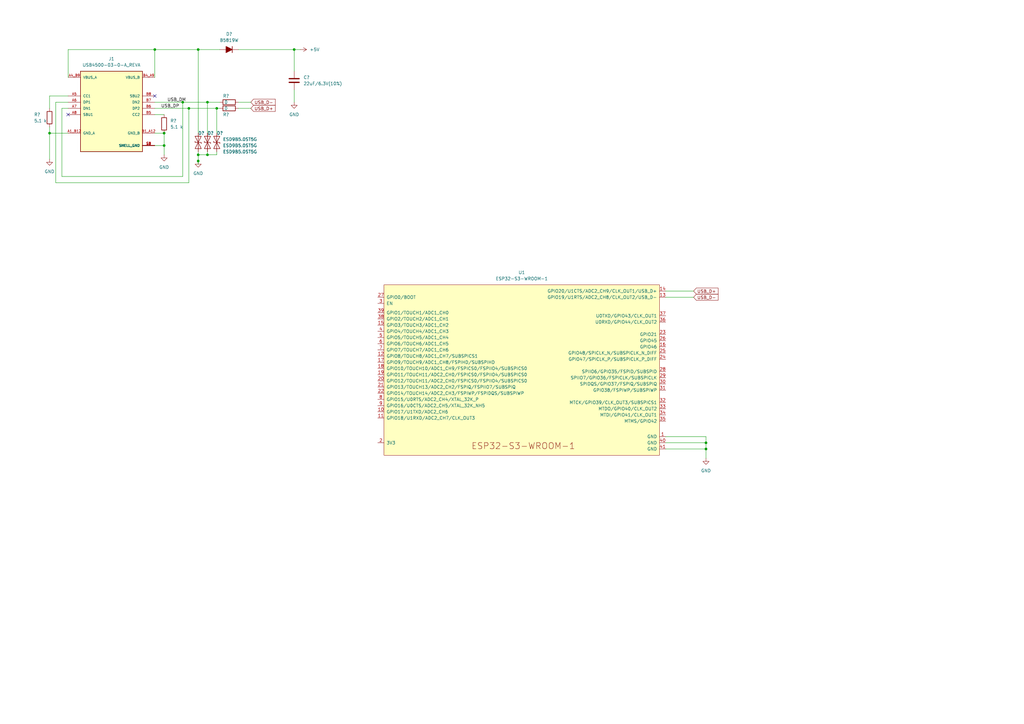
<source format=kicad_sch>
(kicad_sch (version 20211123) (generator eeschema)
  (paper "A3")
  (lib_symbols
    (symbol "Device:C" (pin_numbers hide) (pin_names (offset 0.254))
      (property "Reference" "C" (at 0.635 2.54 0))
      (property "Value" "C" (at 0.635 -2.54 0))
      (symbol "C_0_1"
        (polyline (pts (xy -2.032 -0.762) (xy 2.032 -0.762)) (stroke (width 0.508)))
        (polyline (pts (xy -2.032 0.762) (xy 2.032 0.762)) (stroke (width 0.508)))
      )
      (symbol "C_1_1"
        (pin passive line (at 0 3.81 270) (length 2.794) (name "~") (number "1"))
        (pin passive line (at 0 -3.81 90) (length 2.794) (name "~") (number "2"))
      )
    )
    (symbol "Device:D_Filled" (pin_numbers hide) (pin_names (offset 1.016) hide)
      (property "Reference" "D" (at 0 2.54 0))
      (property "Value" "D_Filled" (at 0 -2.54 0))
      (symbol "D_Filled_0_1"
        (polyline (pts (xy -1.27 1.27) (xy -1.27 -1.27)) (stroke (width 0.254)))
        (polyline (pts (xy 1.27 0) (xy -1.27 0)))
        (polyline (pts (xy 1.27 1.27) (xy 1.27 -1.27) (xy -1.27 0) (xy 1.27 1.27)) (stroke (width 0.254)) (fill (type outline)))
      )
      (symbol "D_Filled_1_1"
        (pin passive line (at -3.81 0 0) (length 2.54) (name "K") (number "1"))
        (pin passive line (at 3.81 0 180) (length 2.54) (name "A") (number "2"))
      )
    )
    (symbol "Device:R" (pin_numbers hide) (pin_names (offset 0))
      (property "Reference" "R" (at 2.032 0 90))
      (property "Value" "R" (at 0 0 90))
      (symbol "R_0_1"
        (rectangle (start -1.016 -2.54) (end 1.016 2.54) (stroke (width 0.254)))
      )
      (symbol "R_1_1"
        (pin passive line (at 0 3.81 270) (length 1.27) (name "~") (number "1"))
        (pin passive line (at 0 -3.81 90) (length 1.27) (name "~") (number "2"))
      )
    )
    (symbol "Diode:ESD9B5.0ST5G" (pin_numbers hide) (pin_names (offset 1.016) hide)
      (property "Reference" "D" (at 0 2.54 0))
      (property "Value" "ESD9B5.0ST5G" (at 0 -2.54 0))
      (symbol "ESD9B5.0ST5G_0_1"
        (polyline (pts (xy 1.27 0) (xy -1.27 0)))
        (polyline (pts (xy -2.54 -1.27) (xy 0 0) (xy -2.54 1.27) (xy -2.54 -1.27)) (stroke (width 0.2032)))
        (polyline (pts (xy 0.508 1.27) (xy 0 1.27) (xy 0 -1.27) (xy -0.508 -1.27)) (stroke (width 0.2032)))
        (polyline (pts (xy 2.54 1.27) (xy 2.54 -1.27) (xy 0 0) (xy 2.54 1.27)) (stroke (width 0.2032)))
      )
      (symbol "ESD9B5.0ST5G_1_1"
        (pin passive line (at -3.81 0 0) (length 2.54) (name "A1") (number "1"))
        (pin passive line (at 3.81 0 180) (length 2.54) (name "A2") (number "2"))
      )
    )
    (symbol "Espressif:ESP32-S3-WROOM-1" (pin_names (offset 1.016))
      (property "Reference" "U" (at 0 35.56 0))
      (property "Value" "ESP32-S3-WROOM-1" (at 0 -36.83 0))
      (symbol "ESP32-S3-WROOM-1_0_0"
        (rectangle (start -57.15 34.29) (end 55.88 -35.56) (fill (type background)))
        (text "ESP32-S3-WROOM-1" (at 0 -31.75 0) (effects (font (size 2.54 2.54))))
        (pin power_in line (at 58.42 -27.94 180) (length 2.54) (name "GND") (number "1"))
        (pin bidirectional line (at -59.69 -17.78 0) (length 2.54) (name "GPIO17/U1TXD/ADC2_CH6") (number "10"))
        (pin bidirectional line (at -59.69 -20.32 0) (length 2.54) (name "GPIO18/U1RXD/ADC2_CH7/CLK_OUT3") (number "11"))
        (pin bidirectional line (at -59.69 5.08 0) (length 2.54) (name "GPIO8/TOUCH8/ADC1_CH7/SUBSPICS1") (number "12"))
        (pin bidirectional line (at 58.42 29.21 180) (length 2.54) (name "GPIO19/U1RTS/ADC2_CH8/CLK_OUT2/USB_D-") (number "13"))
        (pin bidirectional line (at 58.42 31.75 180) (length 2.54) (name "GPIO20/U1CTS/ADC2_CH9/CLK_OUT1/USB_D+") (number "14"))
        (pin bidirectional line (at -59.69 17.78 0) (length 2.54) (name "GPIO3/TOUCH3/ADC1_CH2") (number "15"))
        (pin bidirectional line (at 58.42 8.89 180) (length 2.54) (name "GPIO46") (number "16"))
        (pin bidirectional line (at -59.69 2.54 0) (length 2.54) (name "GPIO9/TOUCH9/ADC1_CH8/FSPIHD/SUBSPIHD") (number "17"))
        (pin bidirectional line (at -59.69 0 0) (length 2.54) (name "GPIO10/TOUCH10/ADC1_CH9/FSPICS0/FSPIIO4/SUBSPICS0") (number "18"))
        (pin bidirectional line (at -59.69 -2.54 0) (length 2.54) (name "GPIO11/TOUCH11/ADC2_CH0/FSPICS0/FSPIIO4/SUBSPICS0") (number "19"))
        (pin power_in line (at -59.69 -30.48 0) (length 2.54) (name "3V3") (number "2"))
        (pin bidirectional line (at -59.69 -5.08 0) (length 2.54) (name "GPIO12/TOUCH11/ADC2_CH0/FSPICS0/FSPIIO4/SUBSPICS0") (number "20"))
        (pin bidirectional line (at -59.69 -7.62 0) (length 2.54) (name "GPIO13/TOUCH13/ADC2_CH2/FSPIQ/FSPIIO7/SUBSPIQ") (number "21"))
        (pin bidirectional line (at -59.69 -10.16 0) (length 2.54) (name "GPIO14/TOUCH14/ADC2_CH3/FSPIWP/FSPIDQS/SUBSPIWP") (number "22"))
        (pin bidirectional line (at 58.42 13.97 180) (length 2.54) (name "GPIO21") (number "23"))
        (pin bidirectional line (at 58.42 3.81 180) (length 2.54) (name "GPIO47/SPICLK_P/SUBSPICLK_P_DIFF") (number "24"))
        (pin bidirectional line (at 58.42 6.35 180) (length 2.54) (name "GPIO48/SPICLK_N/SUBSPICLK_N_DIFF") (number "25"))
        (pin bidirectional line (at 58.42 11.43 180) (length 2.54) (name "GPIO45") (number "26"))
        (pin bidirectional line (at -59.69 29.21 0) (length 2.54) (name "GPIO0/BOOT") (number "27"))
        (pin bidirectional line (at 58.42 -1.27 180) (length 2.54) (name "SPIIO6/GPIO35/FSPID/SUBSPID") (number "28"))
        (pin bidirectional line (at 58.42 -3.81 180) (length 2.54) (name "SPIIO7/GPIO36/FSPICLK/SUBSPICLK") (number "29"))
        (pin input line (at -59.69 26.67 0) (length 2.54) (name "EN") (number "3"))
        (pin bidirectional line (at 58.42 -6.35 180) (length 2.54) (name "SPIDQS/GPIO37/FSPIQ/SUBSPIQ") (number "30"))
        (pin bidirectional line (at 58.42 -8.89 180) (length 2.54) (name "GPIO38/FSPIWP/SUBSPIWP") (number "31"))
        (pin bidirectional line (at 58.42 -13.97 180) (length 2.54) (name "MTCK/GPIO39/CLK_OUT3/SUBSPICS1") (number "32"))
        (pin bidirectional line (at 58.42 -16.51 180) (length 2.54) (name "MTDO/GPIO40/CLK_OUT2") (number "33"))
        (pin bidirectional line (at 58.42 -19.05 180) (length 2.54) (name "MTDI/GPIO41/CLK_OUT1") (number "34"))
        (pin bidirectional line (at 58.42 -21.59 180) (length 2.54) (name "MTMS/GPIO42") (number "35"))
        (pin bidirectional line (at 58.42 19.05 180) (length 2.54) (name "U0RXD/GPIO44/CLK_OUT2") (number "36"))
        (pin bidirectional line (at 58.42 21.59 180) (length 2.54) (name "U0TXD/GPIO43/CLK_OUT1") (number "37"))
        (pin bidirectional line (at -59.69 20.32 0) (length 2.54) (name "GPIO2/TOUCH2/ADC1_CH1") (number "38"))
        (pin bidirectional line (at -59.69 22.86 0) (length 2.54) (name "GPIO1/TOUCH1/ADC1_CH0") (number "39"))
        (pin bidirectional line (at -59.69 15.24 0) (length 2.54) (name "GPIO4/TOUCH4/ADC1_CH3") (number "4"))
        (pin power_in line (at 58.42 -30.48 180) (length 2.54) (name "GND") (number "40"))
        (pin power_in line (at 58.42 -33.02 180) (length 2.54) (name "GND") (number "41"))
        (pin bidirectional line (at -59.69 12.7 0) (length 2.54) (name "GPIO5/TOUCH5/ADC1_CH4") (number "5"))
        (pin bidirectional line (at -59.69 10.16 0) (length 2.54) (name "GPIO6/TOUCH6/ADC1_CH5") (number "6"))
        (pin bidirectional line (at -59.69 7.62 0) (length 2.54) (name "GPIO7/TOUCH7/ADC1_CH6") (number "7"))
        (pin bidirectional line (at -59.69 -12.7 0) (length 2.54) (name "GPIO15/U0RTS/ADC2_CH4/XTAL_32K_P") (number "8"))
        (pin bidirectional line (at -59.69 -15.24 0) (length 2.54) (name "GPIO16/U0CTS/ADC2_CH5/XTAL_32K_NH5") (number "9"))
      )
    )
    (symbol "USB4500-03-0-A_REVA:USB4500-03-0-A_REVA" (pin_names (offset 1.016))
      (property "Reference" "J" (at -12.7 16.002 0))
      (property "Value" "USB4500-03-0-A_REVA" (at -12.7 -18.542 0))
      (symbol "USB4500-03-0-A_REVA_0_0"
        (rectangle (start -12.7 -17.78) (end 12.7 15.24) (stroke (width 0.254)) (fill (type background)))
        (pin power_in line (at -17.78 -10.16 0) (length 5.08) (name "GND_A") (number "A1_B12"))
        (pin power_in line (at -17.78 12.7 0) (length 5.08) (name "VBUS_A") (number "A4_B9"))
        (pin bidirectional line (at -17.78 5.08 0) (length 5.08) (name "CC1") (number "A5"))
        (pin bidirectional line (at -17.78 2.54 0) (length 5.08) (name "DP1") (number "A6"))
        (pin bidirectional line (at -17.78 0 0) (length 5.08) (name "DN1") (number "A7"))
        (pin bidirectional line (at -17.78 -2.54 0) (length 5.08) (name "SBU1") (number "A8"))
        (pin power_in line (at 17.78 -10.16 180) (length 5.08) (name "GND_B") (number "B1_A12"))
        (pin power_in line (at 17.78 12.7 180) (length 5.08) (name "VBUS_B") (number "B4_A9"))
        (pin bidirectional line (at 17.78 -2.54 180) (length 5.08) (name "CC2") (number "B5"))
        (pin bidirectional line (at 17.78 0 180) (length 5.08) (name "DP2") (number "B6"))
        (pin bidirectional line (at 17.78 2.54 180) (length 5.08) (name "DN2") (number "B7"))
        (pin bidirectional line (at 17.78 5.08 180) (length 5.08) (name "SBU2") (number "B8"))
        (pin power_in line (at 17.78 -15.24 180) (length 5.08) (name "SHELL_GND") (number "S1"))
        (pin power_in line (at 17.78 -15.24 180) (length 5.08) (name "SHELL_GND") (number "S2"))
        (pin power_in line (at 17.78 -15.24 180) (length 5.08) (name "SHELL_GND") (number "S3"))
        (pin power_in line (at 17.78 -15.24 180) (length 5.08) (name "SHELL_GND") (number "S4"))
      )
    )
    (symbol "power:+5V" (power) (pin_names (offset 0))
      (property "Value" "+5V" (at 0 3.556 0))
      (symbol "+5V_0_1"
        (polyline (pts (xy -0.762 1.27) (xy 0 2.54)))
        (polyline (pts (xy 0 0) (xy 0 2.54)))
        (polyline (pts (xy 0 2.54) (xy 0.762 1.27)))
      )
      (symbol "+5V_1_1"
        (pin power_in line (at 0 0 90) (length 0) hide (name "+5V") (number "1"))
      )
    )
    (symbol "power:GND" (power) (pin_names (offset 0))
      (property "Value" "GND" (at 0 -3.81 0))
      (symbol "GND_0_1"
        (polyline (pts (xy 0 0) (xy 0 -1.27) (xy 1.27 -1.27) (xy 0 -2.54) (xy -1.27 -1.27) (xy 0 -1.27)))
      )
      (symbol "GND_1_1"
        (pin power_in line (at 0 0 270) (length 0) hide (name "GND") (number "1"))
      )
    )
  )
  (junction (at 81.28 63.5))
  (junction (at 77.47 44.45))
  (junction (at 67.31 59.69))
  (junction (at 120.65 20.32))
  (junction (at 81.28 20.32))
  (junction (at 81.28 66.04))
  (junction (at 67.31 54.61))
  (junction (at 20.32 54.61))
  (junction (at 289.56 181.61))
  (junction (at 74.93 41.91))
  (junction (at 85.09 41.91))
  (junction (at 289.56 184.15))
  (junction (at 88.9 44.45))
  (junction (at 63.5 20.32))
  (junction (at 85.09 63.5))
  (no_connect (at 63.5 39.37))
  (no_connect (at 27.94 46.99))
  (wire (pts (xy 63.5 20.32) (xy 63.5 31.75)))
  (wire (pts (xy 20.32 54.61) (xy 27.94 54.61)))
  (wire (pts (xy 97.79 44.45) (xy 102.87 44.45)))
  (wire (pts (xy 81.28 20.32) (xy 81.28 54.61)))
  (wire (pts (xy 97.79 41.91) (xy 102.87 41.91)))
  (wire (pts (xy 67.31 54.61) (xy 67.31 59.69)))
  (wire (pts (xy 284.48 119.38) (xy 273.05 119.38)))
  (wire (pts (xy 273.05 184.15) (xy 289.56 184.15)))
  (wire (pts (xy 25.4 44.45) (xy 25.4 72.39)))
  (wire (pts (xy 63.5 44.45) (xy 77.47 44.45)))
  (wire (pts (xy 85.09 41.91) (xy 90.17 41.91)))
  (wire (pts (xy 90.17 20.32) (xy 81.28 20.32)))
  (wire (pts (xy 74.93 41.91) (xy 85.09 41.91)))
  (wire (pts (xy 88.9 44.45) (xy 90.17 44.45)))
  (wire (pts (xy 81.28 63.5) (xy 81.28 66.04)))
  (wire (pts (xy 77.47 44.45) (xy 88.9 44.45)))
  (wire (pts (xy 22.86 41.91) (xy 22.86 74.93)))
  (wire (pts (xy 289.56 179.07) (xy 289.56 181.61)))
  (wire (pts (xy 63.5 59.69) (xy 67.31 59.69)))
  (wire (pts (xy 81.28 63.5) (xy 81.28 62.23)))
  (wire (pts (xy 85.09 63.5) (xy 85.09 62.23)))
  (wire (pts (xy 74.93 41.91) (xy 74.93 72.39)))
  (wire (pts (xy 120.65 36.83) (xy 120.65 41.91)))
  (wire (pts (xy 273.05 179.07) (xy 289.56 179.07)))
  (wire (pts (xy 81.28 67.31) (xy 81.28 66.04)))
  (wire (pts (xy 67.31 59.69) (xy 67.31 63.5)))
  (wire (pts (xy 63.5 41.91) (xy 74.93 41.91)))
  (wire (pts (xy 20.32 39.37) (xy 27.94 39.37)))
  (wire (pts (xy 85.09 63.5) (xy 88.9 63.5)))
  (wire (pts (xy 25.4 72.39) (xy 74.93 72.39)))
  (wire (pts (xy 88.9 63.5) (xy 88.9 62.23)))
  (wire (pts (xy 88.9 44.45) (xy 88.9 54.61)))
  (wire (pts (xy 81.28 63.5) (xy 85.09 63.5)))
  (wire (pts (xy 284.48 121.92) (xy 273.05 121.92)))
  (wire (pts (xy 20.32 52.07) (xy 20.32 54.61)))
  (wire (pts (xy 85.09 41.91) (xy 85.09 54.61)))
  (wire (pts (xy 27.94 20.32) (xy 63.5 20.32)))
  (wire (pts (xy 120.65 20.32) (xy 120.65 29.21)))
  (wire (pts (xy 63.5 54.61) (xy 67.31 54.61)))
  (wire (pts (xy 27.94 31.75) (xy 27.94 20.32)))
  (wire (pts (xy 77.47 44.45) (xy 77.47 74.93)))
  (wire (pts (xy 63.5 46.99) (xy 67.31 46.99)))
  (wire (pts (xy 27.94 44.45) (xy 25.4 44.45)))
  (wire (pts (xy 289.56 184.15) (xy 289.56 187.96)))
  (wire (pts (xy 20.32 44.45) (xy 20.32 39.37)))
  (wire (pts (xy 81.28 20.32) (xy 63.5 20.32)))
  (wire (pts (xy 97.79 20.32) (xy 120.65 20.32)))
  (wire (pts (xy 273.05 181.61) (xy 289.56 181.61)))
  (wire (pts (xy 22.86 74.93) (xy 77.47 74.93)))
  (wire (pts (xy 289.56 181.61) (xy 289.56 184.15)))
  (wire (pts (xy 20.32 65.2859) (xy 20.32 54.61)))
  (wire (pts (xy 27.94 41.91) (xy 22.86 41.91)))
  (wire (pts (xy 123.19 20.32) (xy 120.65 20.32)))
  (label "USB_DP" (at 66.04 44.45 0))
  (label "USB_DM" (at 68.58 41.91 0))
  (global_label "USB_D-" (shape input) (at 284.48 121.92 0) (property "Intersheet References" "${INTERSHEET_REFS}" (effects hide)))
  (global_label "USB_D+" (shape input) (at 284.48 119.38 0) (property "Intersheet References" "${INTERSHEET_REFS}" (effects hide)))
  (global_label "USB_D+" (shape input) (at 102.87 44.45 0) (property "Intersheet References" "${INTERSHEET_REFS}" (effects hide)))
  (global_label "USB_D-" (shape input) (at 102.87 41.91 0) (property "Intersheet References" "${INTERSHEET_REFS}" (effects hide)))
  (symbol (lib_id "Device:R") (at 67.31 50.8 0) (unit 1)
    (property "Reference" "R?" (at 69.85 49.5299 0) (effects (justify left)))
    (property "Value" "5.1 k" (at 69.85 52.07 0) (effects (justify left)))
  )
  (symbol (lib_id "power:GND") (at 289.56 187.96 0) (unit 1)
    (property "Reference" "#PWR?" (effects hide))
    (property "Value" "GND" (at 289.56 193.04 0))
  )
  (symbol (lib_id "Device:R") (at 93.98 41.91 90) (unit 1)
    (property "Reference" "R?" (at 92.71 39.37 90))
    (property "Value" "0" (at 92.71 41.91 90))
  )
  (symbol (lib_id "Device:C") (at 120.65 33.02 0) (unit 1)
    (property "Reference" "C?" (at 124.46 31.7499 0) (effects (justify left)))
    (property "Value" "22uF/6.3V(10%)" (at 124.46 34.2899 0) (effects (justify left)))
  )
  (symbol (lib_id "Device:R") (at 93.98 44.45 90) (unit 1)
    (property "Reference" "R?" (at 92.71 46.99 90))
    (property "Value" "0" (at 92.71 44.45 90))
  )
  (symbol (lib_id "power:GND") (at 67.31 63.5 0) (unit 1)
    (property "Reference" "#PWR0101" (effects hide))
    (property "Value" "GND" (at 67.31 68.58 0))
  )
  (symbol (lib_id "Diode:ESD9B5.0ST5G") (at 88.9 58.42 90) (unit 1)
    (property "Reference" "D?" (at 88.9 54.61 90) (effects (justify right)))
    (property "Value" "ESD9B5.0ST5G" (at 91.44 62.23 90) (effects (justify right)))
    (property "Footprint" "Diode_SMD:D_SOD-923" (effects hide))
    (property "Datasheet" "https://www.onsemi.com/pub/Collateral/ESD9B-D.PDF" (effects hide))
  )
  (symbol (lib_id "power:+5V") (at 123.19 20.32 270) (unit 1)
    (property "Reference" "#PWR?" (effects hide))
    (property "Value" "+5V" (at 127 20.3199 90) (effects (justify left)))
  )
  (symbol (lib_id "USB4500-03-0-A_REVA:USB4500-03-0-A_REVA") (at 45.72 44.45 0) (unit 1)
    (property "Reference" "J1" (at 45.72 24.13 0))
    (property "Value" "USB4500-03-0-A_REVA" (at 45.72 26.67 0))
    (property "Footprint" "GCT_USB4500-03-0-A_REVA" (effects hide))
    (property "PARTREV" "A" (effects hide))
    (property "MANUFACTURER" "GCT" (effects hide))
    (property "MAXIMUM_PACKAGE_HEIGHT" "2.46mm" (effects hide))
    (property "STANDARD" "Manufacturer Recommendations" (effects hide))
  )
  (symbol (lib_id "Diode:ESD9B5.0ST5G") (at 85.09 58.42 90) (unit 1)
    (property "Reference" "D?" (at 85.09 54.61 90) (effects (justify right)))
    (property "Value" "ESD9B5.0ST5G" (at 91.44 59.69 90) (effects (justify right)))
    (property "Footprint" "Diode_SMD:D_SOD-923" (effects hide))
    (property "Datasheet" "https://www.onsemi.com/pub/Collateral/ESD9B-D.PDF" (effects hide))
  )
  (symbol (lib_id "power:GND") (at 120.65 41.91 0) (unit 1)
    (property "Reference" "#PWR?" (effects hide))
    (property "Value" "GND" (at 120.65 46.99 0))
  )
  (symbol (lib_id "Espressif:ESP32-S3-WROOM-1") (at 214.63 151.13 0) (unit 1)
    (property "Reference" "U1" (at 213.995 111.76 0))
    (property "Value" "ESP32-S3-WROOM-1" (at 213.995 114.3 0))
    (property "Footprint" "Espressif:ESP32-S3-WROOM-1" (effects hide))
  )
  (symbol (lib_id "Device:D_Filled") (at 93.98 20.32 180) (unit 1)
    (property "Reference" "D?" (at 93.98 13.97 0))
    (property "Value" "B5819W" (at 93.98 16.51 0))
  )
  (symbol (lib_id "Diode:ESD9B5.0ST5G") (at 81.28 58.42 90) (unit 1)
    (property "Reference" "D?" (at 81.28 54.61 90) (effects (justify right)))
    (property "Value" "ESD9B5.0ST5G" (at 91.44 57.15 90) (effects (justify right)))
    (property "Footprint" "Diode_SMD:D_SOD-923" (effects hide))
    (property "Datasheet" "https://www.onsemi.com/pub/Collateral/ESD9B-D.PDF" (effects hide))
  )
  (symbol (lib_id "Device:R") (at 20.32 48.26 0) (unit 1)
    (property "Reference" "R?" (at 13.97 46.99 0) (effects (justify left)))
    (property "Value" "5.1 k" (at 13.97 49.53 0) (effects (justify left)))
  )
  (symbol (lib_id "power:GND") (at 20.32 65.2859 0) (unit 1)
    (property "Reference" "#PWR?" (effects hide))
    (property "Value" "GND" (at 20.32 70.3659 0))
  )
  (symbol (lib_id "power:GND") (at 81.28 66.04 0) (unit 1)
    (property "Reference" "#PWR?" (effects hide))
    (property "Value" "GND" (at 81.28 71.12 0))
  )
)
</source>
